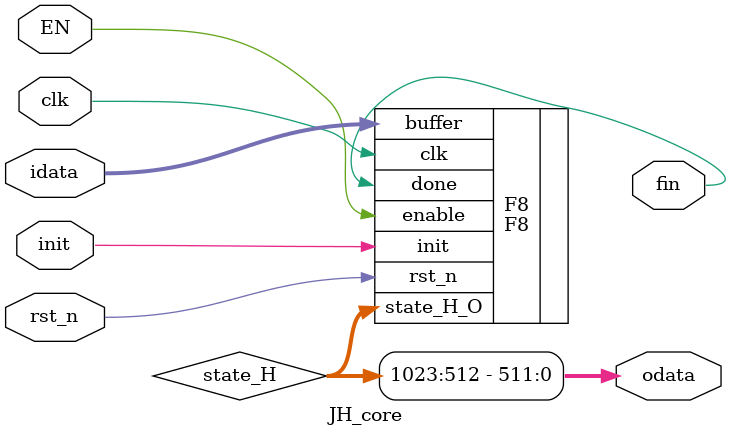
<source format=v>
module JH_core(
	            input  clk,	
	            input  rst_n,
	            input  EN,	
              input  init,
	            input  [511:0] idata,
	            output [511:0] odata,
              output fin);
	
wire [1023:0] state_H;

F8 F8(.clk(clk), 
		  .rst_n(rst_n), 
		  .enable(EN), 
		  .buffer(idata), 
		  .init(init),
		  .state_H_O(state_H),
		  .done(fin)
		  );

assign odata = state_H [1023:512];

endmodule 
</source>
